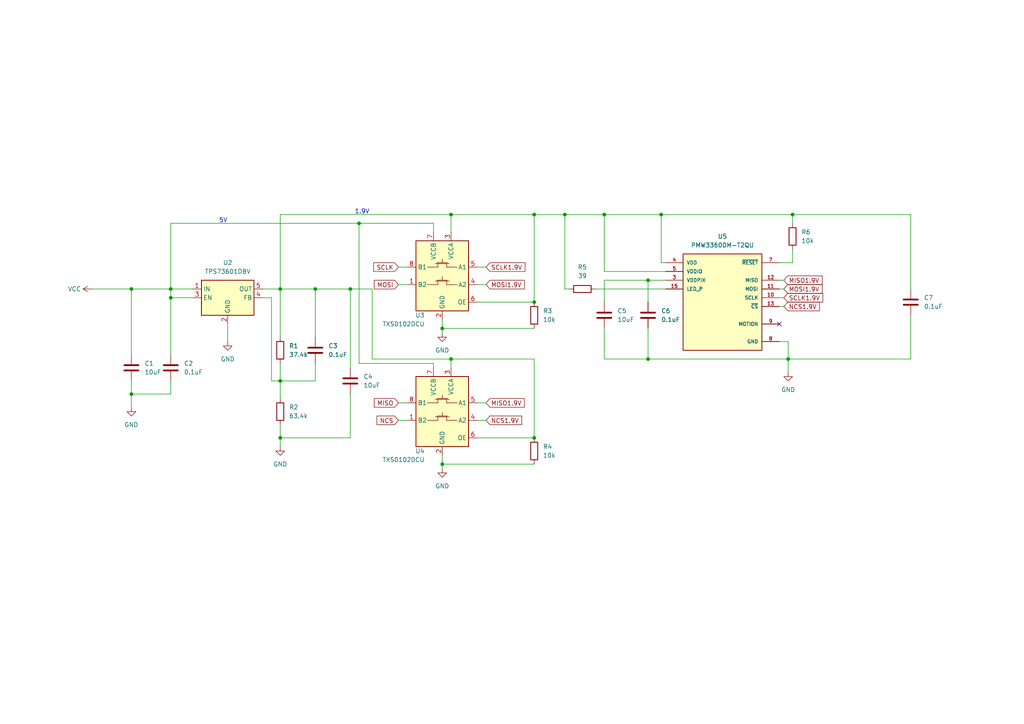
<source format=kicad_sch>
(kicad_sch (version 20230121) (generator eeschema)
  (paper "A4")
  (lib_symbols
    (symbol "Device:C" (pin_numbers hide) (pin_names (offset 0.254))
      (property "Reference" "C" (at 0.635 2.54 0))
      (property "Value" "C" (at 0.635 -2.54 0))
      (symbol "C_0_1"
        (polyline (pts (xy -2.032 -0.762) (xy 2.032 -0.762)) (stroke (width 0.508)))
        (polyline (pts (xy -2.032 0.762) (xy 2.032 0.762)) (stroke (width 0.508)))
      )
      (symbol "C_1_1"
        (pin passive line (at 0 3.81 270) (length 2.794) (name "~") (number "1"))
        (pin passive line (at 0 -3.81 90) (length 2.794) (name "~") (number "2"))
      )
    )
    (symbol "Device:R" (pin_numbers hide) (pin_names (offset 0))
      (property "Reference" "R" (at 2.032 0 90))
      (property "Value" "R" (at 0 0 90))
      (symbol "R_0_1"
        (rectangle (start -1.016 -2.54) (end 1.016 2.54) (stroke (width 0.254)))
      )
      (symbol "R_1_1"
        (pin passive line (at 0 3.81 270) (length 1.27) (name "~") (number "1"))
        (pin passive line (at 0 -3.81 90) (length 1.27) (name "~") (number "2"))
      )
    )
    (symbol "Logic_LevelTranslator:TXS0102DCU"
      (property "Reference" "U" (at -6.35 11.43 0))
      (property "Value" "TXS0102DCU" (at 3.81 11.43 0))
      (symbol "TXS0102DCU_0_1"
        (rectangle (start -7.62 10.16) (end 7.62 -10.16) (stroke (width 0.254)) (fill (type background)))
        (polyline (pts (xy -4.318 -2.54) (xy -1.27 -2.54)))
        (polyline (pts (xy -2.032 -1.524) (xy 2.032 -1.524)))
        (polyline (pts (xy -1.524 -1.27) (xy 1.524 -1.27)))
        (polyline (pts (xy -1.27 -2.54) (xy -1.27 -1.524)))
        (polyline (pts (xy 0 -1.27) (xy 0 -0.254)))
        (polyline (pts (xy 1.27 -2.54) (xy 1.27 -1.524)))
        (polyline (pts (xy 4.318 -2.54) (xy 1.27 -2.54)))
      )
      (symbol "TXS0102DCU_1_1"
        (polyline (pts (xy -4.318 2.54) (xy -1.27 2.54)))
        (polyline (pts (xy -2.032 3.556) (xy 2.032 3.556)))
        (polyline (pts (xy -1.524 3.81) (xy 1.524 3.81)))
        (polyline (pts (xy -1.27 2.54) (xy -1.27 3.556)))
        (polyline (pts (xy 0 3.81) (xy 0 4.826)))
        (polyline (pts (xy 1.27 2.54) (xy 1.27 3.556)))
        (polyline (pts (xy 4.318 2.54) (xy 1.27 2.54)))
        (pin bidirectional line (at 10.16 -2.54 180) (length 2.54) (name "B2") (number "1"))
        (pin power_in line (at 0 -12.7 90) (length 2.54) (name "GND") (number "2"))
        (pin power_in line (at -2.54 12.7 270) (length 2.54) (name "VCCA") (number "3"))
        (pin bidirectional line (at -10.16 -2.54 0) (length 2.54) (name "A2") (number "4"))
        (pin bidirectional line (at -10.16 2.54 0) (length 2.54) (name "A1") (number "5"))
        (pin input line (at -10.16 -7.62 0) (length 2.54) (name "OE") (number "6"))
        (pin power_in line (at 2.54 12.7 270) (length 2.54) (name "VCCB") (number "7"))
        (pin bidirectional line (at 10.16 2.54 180) (length 2.54) (name "B1") (number "8"))
      )
    )
    (symbol "PMW3360:PMW3360DM-T2QU" (pin_names (offset 1.016))
      (property "Reference" "U" (at -12.7 13.335 0))
      (property "Value" "PMW3360DM-T2QU" (at -12.7 -17.78 0))
      (symbol "PMW3360DM-T2QU_0_0"
        (rectangle (start -12.7 -15.24) (end 10.16 12.7) (stroke (width 0.254)) (fill (type background)))
        (pin bidirectional line (at 15.24 0 180) (length 5.08) (name "SCLK") (number "10"))
        (pin bidirectional line (at 15.24 2.54 180) (length 5.08) (name "MOSI") (number "11"))
        (pin bidirectional line (at 15.24 5.08 180) (length 5.08) (name "MISO") (number "12"))
        (pin bidirectional line (at 15.24 -2.54 180) (length 5.08) (name "~{CS}") (number "13"))
        (pin bidirectional line (at -17.78 2.54 0) (length 5.08) (name "LED_P") (number "15"))
        (pin bidirectional line (at -17.78 5.08 0) (length 5.08) (name "VDDPIX") (number "3"))
        (pin bidirectional line (at -17.78 10.16 0) (length 5.08) (name "VDD") (number "4"))
        (pin bidirectional line (at -17.78 7.62 0) (length 5.08) (name "VDDIO") (number "5"))
        (pin bidirectional line (at 15.24 10.16 180) (length 5.08) (name "~{RESET}") (number "7"))
        (pin bidirectional line (at 15.24 -12.7 180) (length 5.08) (name "GND") (number "8"))
        (pin bidirectional line (at 15.24 -7.62 180) (length 5.08) (name "MOTION") (number "9"))
      )
    )
    (symbol "Regulator_Linear:TPS73601DBV"
      (property "Reference" "U" (at -6.35 6.35 0))
      (property "Value" "TPS73601DBV" (at 0 6.35 0))
      (symbol "TPS73601DBV_0_1"
        (rectangle (start -7.62 -5.08) (end 7.62 5.08) (stroke (width 0.254)) (fill (type background)))
      )
      (symbol "TPS73601DBV_1_1"
        (pin power_in line (at -10.16 2.54 0) (length 2.54) (name "IN") (number "1"))
        (pin power_in line (at 0 -7.62 90) (length 2.54) (name "GND") (number "2"))
        (pin input line (at -10.16 0 0) (length 2.54) (name "EN") (number "3"))
        (pin input line (at 10.16 0 180) (length 2.54) (name "FB") (number "4"))
        (pin power_out line (at 10.16 2.54 180) (length 2.54) (name "OUT") (number "5"))
      )
    )
    (symbol "power:GND" (power) (pin_names (offset 0))
      (property "Value" "GND" (at 0 -3.81 0))
      (symbol "GND_0_1"
        (polyline (pts (xy 0 0) (xy 0 -1.27) (xy 1.27 -1.27) (xy 0 -2.54) (xy -1.27 -1.27) (xy 0 -1.27)))
      )
      (symbol "GND_1_1"
        (pin power_in line (at 0 0 270) (length 0) hide (name "GND") (number "1"))
      )
    )
    (symbol "power:VCC" (power) (pin_names (offset 0))
      (property "Value" "VCC" (at 0 3.81 0))
      (symbol "VCC_0_1"
        (polyline (pts (xy -0.762 1.27) (xy 0 2.54)))
        (polyline (pts (xy 0 0) (xy 0 2.54)))
        (polyline (pts (xy 0 2.54) (xy 0.762 1.27)))
      )
      (symbol "VCC_1_1"
        (pin power_in line (at 0 0 90) (length 0) hide (name "VCC") (number "1"))
      )
    )
  )
  (junction (at 38.1 83.82))
  (junction (at 130.81 104.14))
  (junction (at 154.94 87.63))
  (junction (at 101.6 83.82))
  (junction (at 128.27 95.25))
  (junction (at 81.28 127))
  (junction (at 175.26 62.23))
  (junction (at 81.28 110.49))
  (junction (at 187.96 81.28))
  (junction (at 187.96 104.14))
  (junction (at 128.27 134.62))
  (junction (at 81.28 83.82))
  (junction (at 38.1 114.3))
  (junction (at 49.53 83.82))
  (junction (at 228.6 104.14))
  (junction (at 49.53 86.36))
  (junction (at 163.83 62.23))
  (junction (at 154.94 127))
  (junction (at 91.44 83.82))
  (junction (at 191.77 62.23))
  (junction (at 229.87 62.23))
  (junction (at 104.14 64.77))
  (junction (at 154.94 62.23))
  (junction (at 130.81 62.23))
  (no_connect (at 226.06 93.98))
  (wire (pts (xy 226.06 83.82) (xy 227.33 83.82)))
  (wire (pts (xy 138.43 116.84) (xy 140.97 116.84)))
  (wire (pts (xy 191.77 62.23) (xy 229.87 62.23)))
  (wire (pts (xy 175.26 104.14) (xy 187.96 104.14)))
  (wire (pts (xy 104.14 105.41) (xy 125.73 105.41)))
  (wire (pts (xy 154.94 104.14) (xy 154.94 127)))
  (wire (pts (xy 91.44 83.82) (xy 101.6 83.82)))
  (wire (pts (xy 81.28 127) (xy 101.6 127)))
  (wire (pts (xy 226.06 99.06) (xy 228.6 99.06)))
  (wire (pts (xy 154.94 62.23) (xy 163.83 62.23)))
  (wire (pts (xy 138.43 121.92) (xy 140.97 121.92)))
  (wire (pts (xy 104.14 64.77) (xy 104.14 105.41)))
  (wire (pts (xy 163.83 62.23) (xy 163.83 83.82)))
  (wire (pts (xy 49.53 110.49) (xy 49.53 114.3)))
  (wire (pts (xy 128.27 134.62) (xy 154.94 134.62)))
  (wire (pts (xy 228.6 104.14) (xy 228.6 107.95)))
  (wire (pts (xy 229.87 62.23) (xy 264.16 62.23)))
  (wire (pts (xy 78.74 110.49) (xy 81.28 110.49)))
  (wire (pts (xy 81.28 110.49) (xy 91.44 110.49)))
  (wire (pts (xy 172.72 83.82) (xy 193.04 83.82)))
  (wire (pts (xy 138.43 127) (xy 154.94 127)))
  (wire (pts (xy 163.83 62.23) (xy 175.26 62.23)))
  (wire (pts (xy 49.53 86.36) (xy 49.53 83.82)))
  (wire (pts (xy 130.81 104.14) (xy 130.81 106.68)))
  (wire (pts (xy 130.81 62.23) (xy 154.94 62.23)))
  (wire (pts (xy 91.44 110.49) (xy 91.44 105.41)))
  (wire (pts (xy 128.27 95.25) (xy 154.94 95.25)))
  (wire (pts (xy 81.28 62.23) (xy 130.81 62.23)))
  (wire (pts (xy 78.74 86.36) (xy 78.74 110.49)))
  (wire (pts (xy 138.43 77.47) (xy 140.97 77.47)))
  (wire (pts (xy 264.16 104.14) (xy 228.6 104.14)))
  (wire (pts (xy 128.27 134.62) (xy 128.27 135.89)))
  (wire (pts (xy 264.16 62.23) (xy 264.16 83.82)))
  (wire (pts (xy 128.27 92.71) (xy 128.27 95.25)))
  (wire (pts (xy 229.87 62.23) (xy 229.87 64.77)))
  (wire (pts (xy 187.96 104.14) (xy 228.6 104.14)))
  (wire (pts (xy 229.87 72.39) (xy 229.87 76.2)))
  (wire (pts (xy 115.57 82.55) (xy 118.11 82.55)))
  (wire (pts (xy 107.95 104.14) (xy 130.81 104.14)))
  (wire (pts (xy 226.06 88.9) (xy 227.33 88.9)))
  (wire (pts (xy 81.28 83.82) (xy 81.28 97.79)))
  (wire (pts (xy 115.57 121.92) (xy 118.11 121.92)))
  (wire (pts (xy 175.26 81.28) (xy 187.96 81.28)))
  (wire (pts (xy 101.6 83.82) (xy 107.95 83.82)))
  (wire (pts (xy 187.96 87.63) (xy 187.96 81.28)))
  (wire (pts (xy 125.73 64.77) (xy 125.73 67.31)))
  (wire (pts (xy 81.28 83.82) (xy 91.44 83.82)))
  (wire (pts (xy 49.53 83.82) (xy 55.88 83.82)))
  (wire (pts (xy 76.2 83.82) (xy 81.28 83.82)))
  (wire (pts (xy 175.26 95.25) (xy 175.26 104.14)))
  (wire (pts (xy 187.96 81.28) (xy 193.04 81.28)))
  (wire (pts (xy 191.77 76.2) (xy 191.77 62.23)))
  (wire (pts (xy 115.57 116.84) (xy 118.11 116.84)))
  (wire (pts (xy 101.6 114.3) (xy 101.6 127)))
  (wire (pts (xy 49.53 64.77) (xy 104.14 64.77)))
  (wire (pts (xy 138.43 82.55) (xy 140.97 82.55)))
  (wire (pts (xy 91.44 97.79) (xy 91.44 83.82)))
  (wire (pts (xy 226.06 81.28) (xy 227.33 81.28)))
  (wire (pts (xy 81.28 105.41) (xy 81.28 110.49)))
  (wire (pts (xy 264.16 91.44) (xy 264.16 104.14)))
  (wire (pts (xy 163.83 83.82) (xy 165.1 83.82)))
  (wire (pts (xy 130.81 104.14) (xy 154.94 104.14)))
  (wire (pts (xy 81.28 110.49) (xy 81.28 115.57)))
  (wire (pts (xy 226.06 86.36) (xy 227.33 86.36)))
  (wire (pts (xy 81.28 123.19) (xy 81.28 127)))
  (wire (pts (xy 226.06 76.2) (xy 229.87 76.2)))
  (wire (pts (xy 193.04 76.2) (xy 191.77 76.2)))
  (wire (pts (xy 175.26 62.23) (xy 191.77 62.23)))
  (wire (pts (xy 175.26 81.28) (xy 175.26 87.63)))
  (wire (pts (xy 104.14 64.77) (xy 125.73 64.77)))
  (wire (pts (xy 175.26 62.23) (xy 175.26 78.74)))
  (wire (pts (xy 49.53 102.87) (xy 49.53 86.36)))
  (wire (pts (xy 228.6 99.06) (xy 228.6 104.14)))
  (wire (pts (xy 49.53 83.82) (xy 49.53 64.77)))
  (wire (pts (xy 49.53 86.36) (xy 55.88 86.36)))
  (wire (pts (xy 38.1 114.3) (xy 49.53 114.3)))
  (wire (pts (xy 81.28 127) (xy 81.28 129.54)))
  (wire (pts (xy 187.96 95.25) (xy 187.96 104.14)))
  (wire (pts (xy 107.95 83.82) (xy 107.95 104.14)))
  (wire (pts (xy 175.26 78.74) (xy 193.04 78.74)))
  (wire (pts (xy 26.67 83.82) (xy 38.1 83.82)))
  (wire (pts (xy 38.1 110.49) (xy 38.1 114.3)))
  (wire (pts (xy 128.27 95.25) (xy 128.27 96.52)))
  (wire (pts (xy 130.81 62.23) (xy 130.81 67.31)))
  (wire (pts (xy 128.27 132.08) (xy 128.27 134.62)))
  (wire (pts (xy 38.1 83.82) (xy 38.1 102.87)))
  (wire (pts (xy 125.73 105.41) (xy 125.73 106.68)))
  (wire (pts (xy 38.1 114.3) (xy 38.1 118.11)))
  (wire (pts (xy 81.28 83.82) (xy 81.28 62.23)))
  (wire (pts (xy 115.57 77.47) (xy 118.11 77.47)))
  (wire (pts (xy 38.1 83.82) (xy 49.53 83.82)))
  (wire (pts (xy 76.2 86.36) (xy 78.74 86.36)))
  (wire (pts (xy 101.6 83.82) (xy 101.6 106.68)))
  (wire (pts (xy 138.43 87.63) (xy 154.94 87.63)))
  (wire (pts (xy 66.04 93.98) (xy 66.04 99.06)))
  (wire (pts (xy 154.94 62.23) (xy 154.94 87.63)))
  (text "1.9V" (at 102.87 62.23 0) (effects (font (size 1.27 1.27)) (justify left bottom)))
  (text "5V" (at 63.5 64.77 0) (effects (font (size 1.27 1.27)) (justify left bottom)))
  (global_label "MOSI" (shape input) (at 115.57 82.55 180) (property "Intersheetrefs" "${INTERSHEET_REFS}" (effects hide)))
  (global_label "SCLK1.9V" (shape input) (at 227.33 86.36 0) (property "Intersheetrefs" "${INTERSHEET_REFS}" (effects hide)))
  (global_label "MISO1.9V" (shape input) (at 227.33 81.28 0) (property "Intersheetrefs" "${INTERSHEET_REFS}" (effects hide)))
  (global_label "NCS" (shape input) (at 115.57 121.92 180) (property "Intersheetrefs" "${INTERSHEET_REFS}" (effects hide)))
  (global_label "MOSI1.9V" (shape input) (at 227.33 83.82 0) (property "Intersheetrefs" "${INTERSHEET_REFS}" (effects hide)))
  (global_label "NCS1.9V" (shape input) (at 227.33 88.9 0) (property "Intersheetrefs" "${INTERSHEET_REFS}" (effects hide)))
  (global_label "MOSI1.9V" (shape input) (at 140.97 82.55 0) (property "Intersheetrefs" "${INTERSHEET_REFS}" (effects hide)))
  (global_label "MISO" (shape input) (at 115.57 116.84 180) (property "Intersheetrefs" "${INTERSHEET_REFS}" (effects hide)))
  (global_label "SCLK" (shape input) (at 115.57 77.47 180) (property "Intersheetrefs" "${INTERSHEET_REFS}" (effects hide)))
  (global_label "SCLK1.9V" (shape input) (at 140.97 77.47 0) (property "Intersheetrefs" "${INTERSHEET_REFS}" (effects hide)))
  (global_label "MISO1.9V" (shape input) (at 140.97 116.84 0) (property "Intersheetrefs" "${INTERSHEET_REFS}" (effects hide)))
  (global_label "NCS1.9V" (shape input) (at 140.97 121.92 0) (property "Intersheetrefs" "${INTERSHEET_REFS}" (effects hide)))
  (symbol (lib_id "Logic_LevelTranslator:TXS0102DCU") (at 128.27 119.38 0) (mirror y) (unit 1)
    (property "Reference" "U4" (at 123.19 130.81 0) (effects (justify left)))
    (property "Value" "TXS0102DCU" (at 123.19 133.35 0) (effects (justify left)))
    (property "Footprint" "0:TXS0102DCUR C53434" (effects hide))
    (property "Datasheet" "http://www.ti.com/lit/gpn/txs0102" (effects hide))
    (property "LCSC" "C53434" (effects hide))
  )
  (symbol (lib_id "Device:C") (at 91.44 101.6 0) (unit 1)
    (property "Reference" "C3" (at 95.25 100.33 0) (effects (justify left)))
    (property "Value" "0.1uF" (at 95.25 102.87 0) (effects (justify left)))
    (property "Footprint" "0:C0402" (effects hide))
    (property "LCSC" "C60474" (effects hide))
  )
  (symbol (lib_id "Device:R") (at 229.87 68.58 0) (unit 1)
    (property "Reference" "R6" (at 232.41 67.31 0) (effects (justify left)))
    (property "Value" "10k" (at 232.41 69.85 0) (effects (justify left)))
    (property "Footprint" "0:R0603" (effects hide))
    (property "LCSC" "C25804" (effects hide))
  )
  (symbol (lib_id "power:GND") (at 128.27 135.89 0) (unit 1)
    (property "Reference" "#PWR014" (effects hide))
    (property "Value" "GND" (at 128.27 140.97 0))
    (instances (project "Chip_Sencor2" (path "" (reference "#PWR014") (unit 1)) (path "" (reference "#PWR013") (unit 1))))
  )
  (symbol (lib_id "Device:R") (at 81.28 119.38 0) (unit 1)
    (property "Reference" "R2" (at 83.82 118.11 0) (effects (justify left)))
    (property "Value" "63.4k" (at 83.82 120.65 0) (effects (justify left)))
    (property "Footprint" "0:R0603" (effects hide))
    (property "LCSC" "C163422" (effects hide))
  )
  (symbol (lib_id "power:GND") (at 38.1 118.11 0) (unit 1)
    (property "Reference" "#PWR010" (effects hide))
    (property "Value" "GND" (at 38.1 123.19 0))
    (instances (project "Chip_Sencor2" (path "" (reference "#PWR010") (unit 1)) (path "" (reference "#PWR09") (unit 1))))
  )
  (symbol (lib_id "Device:C") (at 187.96 91.44 0) (unit 1)
    (property "Reference" "C6" (at 191.77 90.17 0) (effects (justify left)))
    (property "Value" "0.1uF" (at 191.77 92.71 0) (effects (justify left)))
    (property "Footprint" "0:C0402" (effects hide))
    (property "LCSC" "C60474" (effects hide))
  )
  (symbol (lib_id "power:GND") (at 81.28 129.54 0) (unit 1)
    (property "Reference" "#PWR012" (effects hide))
    (property "Value" "GND" (at 81.28 134.62 0))
    (instances (project "Chip_Sencor2" (path "" (reference "#PWR012") (unit 1)) (path "" (reference "#PWR011") (unit 1))))
  )
  (symbol (lib_id "Device:R") (at 168.91 83.82 270) (unit 1)
    (property "Reference" "R5" (at 168.91 77.47 90))
    (property "Value" "39" (at 168.91 80.01 90))
    (property "Footprint" "0:R0603" (effects hide))
    (property "LCSC" "C23154" (effects hide))
  )
  (symbol (lib_id "Device:C") (at 101.6 110.49 0) (unit 1)
    (property "Reference" "C4" (at 105.41 109.22 0) (effects (justify left)))
    (property "Value" "10uF" (at 105.41 111.76 0) (effects (justify left)))
    (property "Footprint" "0:C0603" (effects hide))
    (property "LCSC" "C18800" (effects hide))
  )
  (symbol (lib_id "PMW3360:PMW3360DM-T2QU") (at 210.82 86.36 0) (unit 1)
    (property "Reference" "U5" (at 209.55 68.58 0))
    (property "Value" "PMW3360DM-T2QU" (at 209.55 71.12 0))
    (property "Footprint" "PMW3360DM-T2QU:PMW3360" (effects hide))
    (property "MANUFACTURER_NAME" "PixArt Imaging Inc." (effects hide))
    (property "MF" "PixArt" (effects hide))
    (property "DESCRIPTION" "Optical gaming navigation sensor" (effects hide))
    (property "Price" "None" (effects hide))
    (property "Package" "None" (effects hide))
    (property "Check_prices" "https://www.snapeda.com/parts/PMW3360DM-T2QU/PixArt/view-part/?ref=eda" (effects hide))
    (property "HEIGHT" "mm" (effects hide))
    (property "MP" "PMW3360DM-T2QU" (effects hide))
    (property "SnapEDA_Link" "https://www.snapeda.com/parts/PMW3360DM-T2QU/PixArt/view-part/?ref=snap" (effects hide))
    (property "Description" "\n" (effects hide))
    (property "Availability" "Not in stock" (effects hide))
    (property "MANUFACTURER_PART_NUMBER" "PMW3360DM-T2QU" (effects hide))
  )
  (symbol (lib_id "Logic_LevelTranslator:TXS0102DCU") (at 128.27 80.01 0) (mirror y) (unit 1)
    (property "Reference" "U3" (at 123.19 91.44 0) (effects (justify left)))
    (property "Value" "TXS0102DCU" (at 123.19 93.98 0) (effects (justify left)))
    (property "Footprint" "0:TXS0102DCUR C53434" (effects hide))
    (property "Datasheet" "http://www.ti.com/lit/gpn/txs0102" (effects hide))
    (property "LCSC" "C53434" (effects hide))
  )
  (symbol (lib_id "Device:R") (at 81.28 101.6 0) (unit 1)
    (property "Reference" "R1" (at 83.82 100.33 0) (effects (justify left)))
    (property "Value" "37.4k" (at 83.82 102.87 0) (effects (justify left)))
    (property "Footprint" "0:R0603" (effects hide))
    (property "LCSC" "C163425" (effects hide))
  )
  (symbol (lib_id "Device:C") (at 264.16 87.63 0) (unit 1)
    (property "Reference" "C7" (at 267.97 86.36 0) (effects (justify left)))
    (property "Value" "0.1uF" (at 267.97 88.9 0) (effects (justify left)))
    (property "Footprint" "0:C0402" (effects hide))
    (property "LCSC" "C60474" (effects hide))
  )
  (symbol (lib_id "power:GND") (at 66.04 99.06 0) (unit 1)
    (property "Reference" "#PWR011" (effects hide))
    (property "Value" "GND" (at 66.04 104.14 0))
    (instances (project "Chip_Sencor2" (path "" (reference "#PWR011") (unit 1)) (path "" (reference "#PWR010") (unit 1))))
  )
  (symbol (lib_id "Device:R") (at 154.94 91.44 0) (unit 1)
    (property "Reference" "R3" (at 157.48 90.17 0) (effects (justify left)))
    (property "Value" "10k" (at 157.48 92.71 0) (effects (justify left)))
    (property "Footprint" "0:R0603" (effects hide))
    (property "LCSC" "C25804" (effects hide))
  )
  (symbol (lib_id "Regulator_Linear:TPS73601DBV") (at 66.04 86.36 0) (unit 1)
    (property "Reference" "U2" (at 66.04 76.2 0))
    (property "Value" "TPS73601DBV" (at 66.04 78.74 0))
    (property "Footprint" "0:TPS73601DBVR C59200" (effects hide))
    (property "Datasheet" "http://www.ti.com/lit/ds/symlink/tps736.pdf" (effects hide))
    (property "LCSC" "C59200" (effects hide))
  )
  (symbol (lib_id "Device:R") (at 154.94 130.81 0) (unit 1)
    (property "Reference" "R4" (at 157.48 129.54 0) (effects (justify left)))
    (property "Value" "10k" (at 157.48 132.08 0) (effects (justify left)))
    (property "Footprint" "0:R0603" (effects hide))
    (property "LCSC" "C25804" (effects hide))
  )
  (symbol (lib_id "power:GND") (at 228.6 107.95 0) (unit 1)
    (property "Reference" "#PWR015" (effects hide))
    (property "Value" "GND" (at 228.6 113.03 0))
    (instances (project "Chip_Sencor2" (path "" (reference "#PWR015") (unit 1)) (path "" (reference "#PWR014") (unit 1))))
  )
  (symbol (lib_id "power:VCC") (at 26.67 83.82 90) (unit 1)
    (property "Reference" "#PWR09" (effects hide))
    (property "Value" "VCC" (at 21.59 83.82 90))
    (instances (project "Chip_Sencor2" (path "" (reference "#PWR09") (unit 1)) (path "" (reference "#PWR08") (unit 1))))
  )
  (symbol (lib_id "Device:C") (at 175.26 91.44 0) (unit 1)
    (property "Reference" "C5" (at 179.07 90.17 0) (effects (justify left)))
    (property "Value" "10uF" (at 179.07 92.71 0) (effects (justify left)))
    (property "Footprint" "0:C0603" (effects hide))
    (property "LCSC" "C18800" (effects hide))
  )
  (symbol (lib_id "Device:C") (at 38.1 106.68 0) (unit 1)
    (property "Reference" "C1" (at 41.91 105.41 0) (effects (justify left)))
    (property "Value" "10uF" (at 41.91 107.95 0) (effects (justify left)))
    (property "Footprint" "0:C0603" (effects hide))
    (property "LCSC" "C18800" (effects hide))
  )
  (symbol (lib_id "Device:C") (at 49.53 106.68 0) (unit 1)
    (property "Reference" "C2" (at 53.34 105.41 0) (effects (justify left)))
    (property "Value" "0.1uF" (at 53.34 107.95 0) (effects (justify left)))
    (property "Footprint" "0:C0402" (effects hide))
    (property "LCSC" "C60474" (effects hide))
  )
  (symbol (lib_id "power:GND") (at 128.27 96.52 0) (unit 1)
    (property "Reference" "#PWR013" (effects hide))
    (property "Value" "GND" (at 128.27 101.6 0))
    (instances (project "Chip_Sencor2" (path "" (reference "#PWR013") (unit 1)) (path "" (reference "#PWR012") (unit 1))))
  )
)
</source>
